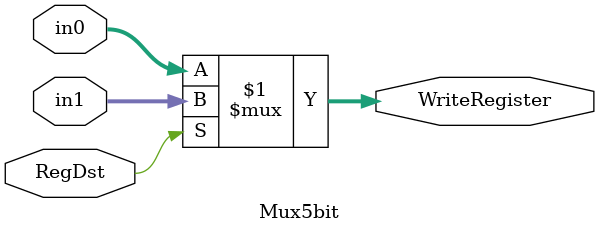
<source format=v>
module Mux5bit(
    input  wire RegDst,
    input  wire [4:0] in0,
    input  wire [4:0] in1,
    output wire [4:0] WriteRegister
);
    assign WriteRegister = (RegDst) ? in1 : in0;
endmodule   

</source>
